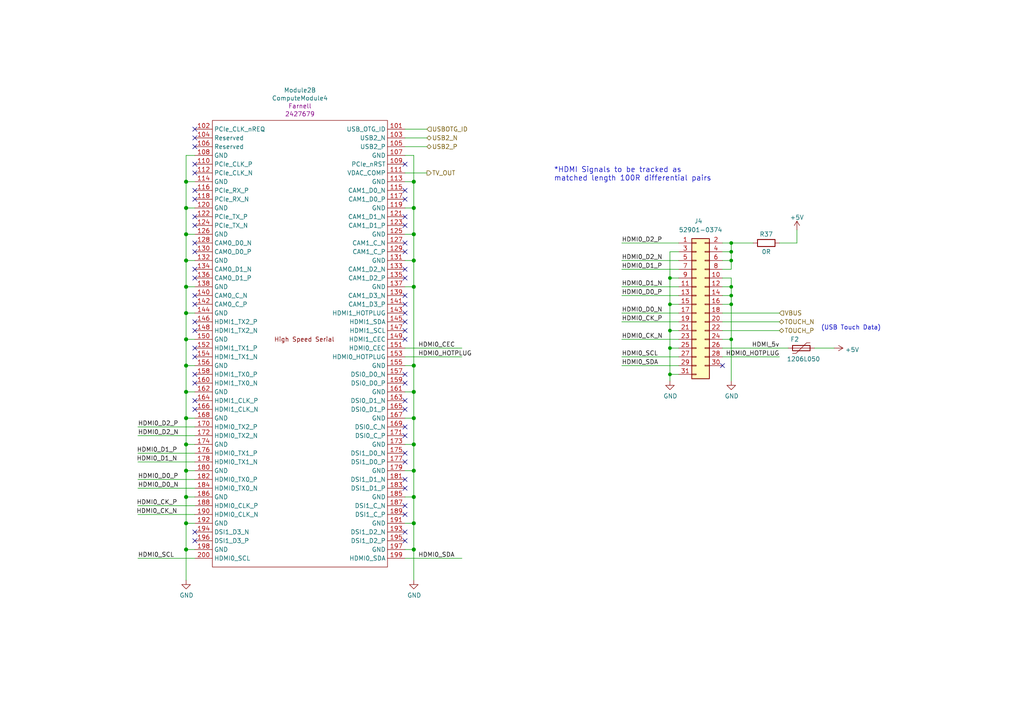
<source format=kicad_sch>
(kicad_sch (version 20211123) (generator eeschema)
  (paper "A4")
  (title_block (title "Yak") (date "2022-02-01") (rev "2") (company "Pionix GmbH") (comment 1 "Cornelius Claussen"))
  (lib_symbols
    (symbol "CM4IO:ComputeModule4-CM4"
      (property "Reference" "Module" (at 113.03 -68.58 0))
      (property "Value" "ComputeModule4-CM4" (at 140.97 2.54 0))
      (property "Field4" "Hirose" (at 0 0 0))
      (property "Field5" "2x DF40C-100DS-0.4V" (at 0 -2.54 0))
      (symbol "ComputeModule4-CM4_1_0"
        (text "GPIO" (at 0 6.35 0) (effects (font (size 1.27 1.27))))
      )
      (symbol "ComputeModule4-CM4_1_1"
        (rectangle (start -30.48 -71.12) (end 25.4 58.42))
        (text "600mA Max" (at -8.89 -53.34 0) (effects (font (size 1.27 1.27))))
        (text "600mA Max" (at -8.89 -48.26 0) (effects (font (size 1.27 1.27))))
        (text "NB SD signals are only available" (at -1.27 -27.94 0) (effects (font (size 1.27 1.27))))
        (text "on modules without eMMC" (at -1.27 -30.48 0) (effects (font (size 1.27 1.27))))
        (pin power_in line (at 27.94 55.88 180) (length 2.54) (name "GND") (number "1"))
        (pin passive line (at -33.02 45.72 0) (length 2.54) (name "Ethernet_Pair0_N") (number "10"))
        (pin output line (at -33.02 -68.58 0) (length 2.54) (name "nEXTRST") (number "100"))
        (pin passive line (at 27.94 43.18 180) (length 2.54) (name "Ethernet_Pair2_P") (number "11"))
        (pin passive line (at -33.02 43.18 0) (length 2.54) (name "Ethernet_Pair0_P") (number "12"))
        (pin power_in line (at 27.94 40.64 180) (length 2.54) (name "GND") (number "13"))
        (pin power_in line (at -33.02 40.64 0) (length 2.54) (name "GND") (number "14"))
        (pin output line (at 27.94 38.1 180) (length 2.54) (name "Ethernet_nLED3(3.3v)") (number "15"))
        (pin input line (at -33.02 38.1 0) (length 2.54) (name "Ethernet_SYNC_IN(1.8v)") (number "16"))
        (pin output line (at 27.94 35.56 180) (length 2.54) (name "Ethernet_nLED2(3.3v)") (number "17"))
        (pin input line (at -33.02 35.56 0) (length 2.54) (name "Ethernet_SYNC_OUT(1.8v)") (number "18"))
        (pin output line (at 27.94 33.02 180) (length 2.54) (name "Ethernet_nLED1(3.3v)") (number "19"))
        (pin power_in line (at -33.02 55.88 0) (length 2.54) (name "GND") (number "2"))
        (pin passive line (at -33.02 33.02 0) (length 2.54) (name "EEPROM_nWP") (number "20"))
        (pin open_collector line (at 27.94 30.48 180) (length 2.54) (name "PI_nLED_Activity") (number "21"))
        (pin power_in line (at -33.02 30.48 0) (length 2.54) (name "GND") (number "22"))
        (pin power_in line (at 27.94 27.94 180) (length 2.54) (name "GND") (number "23"))
        (pin passive line (at -33.02 27.94 0) (length 2.54) (name "GPIO26") (number "24"))
        (pin passive line (at 27.94 25.4 180) (length 2.54) (name "GPIO21") (number "25"))
        (pin passive line (at -33.02 25.4 0) (length 2.54) (name "GPIO19") (number "26"))
        (pin passive line (at 27.94 22.86 180) (length 2.54) (name "GPIO20") (number "27"))
        (pin passive line (at -33.02 22.86 0) (length 2.54) (name "GPIO13") (number "28"))
        (pin passive line (at 27.94 20.32 180) (length 2.54) (name "GPIO16") (number "29"))
        (pin passive line (at 27.94 53.34 180) (length 2.54) (name "Ethernet_Pair3_P") (number "3"))
        (pin passive line (at -33.02 20.32 0) (length 2.54) (name "GPIO6") (number "30"))
        (pin passive line (at 27.94 17.78 180) (length 2.54) (name "GPIO12") (number "31"))
        (pin power_in line (at -33.02 17.78 0) (length 2.54) (name "GND") (number "32"))
        (pin power_in line (at 27.94 15.24 180) (length 2.54) (name "GND") (number "33"))
        (pin passive line (at -33.02 15.24 0) (length 2.54) (name "GPIO5") (number "34"))
        (pin passive line (at 27.94 12.7 180) (length 2.54) (name "ID_SC") (number "35"))
        (pin passive line (at -33.02 12.7 0) (length 2.54) (name "ID_SD") (number "36"))
        (pin passive line (at 27.94 10.16 180) (length 2.54) (name "GPIO7") (number "37"))
        (pin passive line (at -33.02 10.16 0) (length 2.54) (name "GPIO11") (number "38"))
        (pin passive line (at 27.94 7.62 180) (length 2.54) (name "GPIO8") (number "39"))
        (pin passive line (at -33.02 53.34 0) (length 2.54) (name "Ethernet_Pair1_P") (number "4"))
        (pin passive line (at -33.02 7.62 0) (length 2.54) (name "GPIO9") (number "40"))
        (pin passive line (at 27.94 5.08 180) (length 2.54) (name "GPIO25") (number "41"))
        (pin power_in line (at -33.02 5.08 0) (length 2.54) (name "GND") (number "42"))
        (pin power_in line (at 27.94 2.54 180) (length 2.54) (name "GND") (number "43"))
        (pin passive line (at -33.02 2.54 0) (length 2.54) (name "GPIO10") (number "44"))
        (pin passive line (at 27.94 0 180) (length 2.54) (name "GPIO24") (number "45"))
        (pin passive line (at -33.02 0 0) (length 2.54) (name "GPIO22") (number "46"))
        (pin passive line (at 27.94 -2.54 180) (length 2.54) (name "GPIO23") (number "47"))
        (pin passive line (at -33.02 -2.54 0) (length 2.54) (name "GPIO27") (number "48"))
        (pin passive line (at 27.94 -5.08 180) (length 2.54) (name "GPIO18") (number "49"))
        (pin passive line (at 27.94 50.8 180) (length 2.54) (name "Ethernet_Pair3_N") (number "5"))
        (pin passive line (at -33.02 -5.08 0) (length 2.54) (name "GPIO17") (number "50"))
        (pin passive line (at 27.94 -7.62 180) (length 2.54) (name "GPIO15") (number "51"))
        (pin power_in line (at -33.02 -7.62 0) (length 2.54) (name "GND") (number "52"))
        (pin power_in line (at 27.94 -10.16 180) (length 2.54) (name "GND") (number "53"))
        (pin passive line (at -33.02 -10.16 0) (length 2.54) (name "GPIO4") (number "54"))
        (pin passive line (at 27.94 -12.7 180) (length 2.54) (name "GPIO14") (number "55"))
        (pin passive line (at -33.02 -12.7 0) (length 2.54) (name "GPIO3") (number "56"))
        (pin passive line (at 27.94 -15.24 180) (length 2.54) (name "SD_CLK") (number "57"))
        (pin passive line (at -33.02 -15.24 0) (length 2.54) (name "GPIO2") (number "58"))
        (pin power_in line (at 27.94 -17.78 180) (length 2.54) (name "GND") (number "59"))
        (pin passive line (at -33.02 50.8 0) (length 2.54) (name "Ethernet_Pair1_N") (number "6"))
        (pin power_in line (at -33.02 -17.78 0) (length 2.54) (name "GND") (number "60"))
        (pin passive line (at 27.94 -20.32 180) (length 2.54) (name "SD_DAT3") (number "61"))
        (pin passive line (at -33.02 -20.32 0) (length 2.54) (name "SD_CMD") (number "62"))
        (pin passive line (at 27.94 -22.86 180) (length 2.54) (name "SD_DAT0") (number "63"))
        (pin passive line (at -33.02 -22.86 0) (length 2.54) (name "SD_DAT5") (number "64"))
        (pin power_in line (at 27.94 -25.4 180) (length 2.54) (name "GND") (number "65"))
        (pin power_in line (at -33.02 -25.4 0) (length 2.54) (name "GND") (number "66"))
        (pin passive line (at 27.94 -27.94 180) (length 2.54) (name "SD_DAT1") (number "67"))
        (pin passive line (at -33.02 -27.94 0) (length 2.54) (name "SD_DAT4") (number "68"))
        (pin passive line (at 27.94 -30.48 180) (length 2.54) (name "SD_DAT2") (number "69"))
        (pin power_in line (at 27.94 48.26 180) (length 2.54) (name "GND") (number "7"))
        (pin passive line (at -33.02 -30.48 0) (length 2.54) (name "SD_DAT7") (number "70"))
        (pin power_in line (at 27.94 -33.02 180) (length 2.54) (name "GND") (number "71"))
        (pin passive line (at -33.02 -33.02 0) (length 2.54) (name "SD_DAT6") (number "72"))
        (pin input line (at 27.94 -35.56 180) (length 2.54) (name "SD_VDD_Override") (number "73"))
        (pin power_in line (at -33.02 -35.56 0) (length 2.54) (name "GND") (number "74"))
        (pin output line (at 27.94 -38.1 180) (length 2.54) (name "SD_PWR_ON") (number "75"))
        (pin passive line (at -33.02 -38.1 0) (length 2.54) (name "Reserved") (number "76"))
        (pin power_in line (at 27.94 -40.64 180) (length 2.54) (name "+5v_(Input)") (number "77"))
        (pin power_in line (at -33.02 -40.64 0) (length 2.54) (name "GPIO_VREF(1.8v/3.3v_Input)") (number "78"))
        (pin power_in line (at 27.94 -43.18 180) (length 2.54) (name "+5v_(Input)") (number "79"))
        (pin power_in line (at -33.02 48.26 0) (length 2.54) (name "GND") (number "8"))
        (pin passive line (at -33.02 -43.18 0) (length 2.54) (name "SCL0") (number "80"))
        (pin power_in line (at 27.94 -45.72 180) (length 2.54) (name "+5v_(Input)") (number "81"))
        (pin passive line (at -33.02 -45.72 0) (length 2.54) (name "SDA0") (number "82"))
        (pin power_in line (at 27.94 -48.26 180) (length 2.54) (name "+5v_(Input)") (number "83"))
        (pin power_out line (at -33.02 -48.26 0) (length 2.54) (name "+3.3v_(Output)") (number "84"))
        (pin power_in line (at 27.94 -50.8 180) (length 2.54) (name "+5v_(Input)") (number "85"))
        (pin power_out line (at -33.02 -50.8 0) (length 2.54) (name "+3.3v_(Output)") (number "86"))
        (pin power_in line (at 27.94 -53.34 180) (length 2.54) (name "+5v_(Input)") (number "87"))
        (pin power_out line (at -33.02 -53.34 0) (length 2.54) (name "+1.8v_(Output)") (number "88"))
        (pin power_in line (at 27.94 -55.88 180) (length 2.54) (name "WiFi_nDisable") (number "89"))
        (pin passive line (at 27.94 45.72 180) (length 2.54) (name "Ethernet_Pair2_N") (number "9"))
        (pin power_out line (at -33.02 -55.88 0) (length 2.54) (name "+1.8v_(Output)") (number "90"))
        (pin power_in line (at 27.94 -58.42 180) (length 2.54) (name "BT_nDisable") (number "91"))
        (pin passive line (at -33.02 -58.42 0) (length 2.54) (name "RUN_PG") (number "92"))
        (pin input line (at 27.94 -60.96 180) (length 2.54) (name "nRPIBOOT") (number "93"))
        (pin passive line (at -33.02 -60.96 0) (length 2.54) (name "AnalogIP1") (number "94"))
        (pin output line (at 27.94 -63.5 180) (length 2.54) (name "nPI_LED_PWR") (number "95"))
        (pin passive line (at -33.02 -63.5 0) (length 2.54) (name "AnalogIP0") (number "96"))
        (pin passive line (at 27.94 -66.04 180) (length 2.54) (name "Camera_GPIO") (number "97"))
        (pin power_in line (at -33.02 -66.04 0) (length 2.54) (name "GND") (number "98"))
        (pin input line (at 27.94 -68.58 180) (length 2.54) (name "Global_EN") (number "99"))
      )
      (symbol "ComputeModule4-CM4_2_1"
        (rectangle (start 114.3 -66.04) (end 165.1 63.5))
        (text "High Speed Serial" (at 140.97 0 0) (effects (font (size 1.27 1.27))))
        (pin input line (at 170.18 60.96 180) (length 5.08) (name "USB_OTG_ID") (number "101"))
        (pin input line (at 109.22 60.96 0) (length 5.08) (name "PCIe_CLK_nREQ") (number "102"))
        (pin passive line (at 170.18 58.42 180) (length 5.08) (name "USB2_N") (number "103"))
        (pin passive line (at 109.22 58.42 0) (length 5.08) (name "Reserved") (number "104"))
        (pin passive line (at 170.18 55.88 180) (length 5.08) (name "USB2_P") (number "105"))
        (pin passive line (at 109.22 55.88 0) (length 5.08) (name "Reserved") (number "106"))
        (pin power_in line (at 170.18 53.34 180) (length 5.08) (name "GND") (number "107"))
        (pin power_in line (at 109.22 53.34 0) (length 5.08) (name "GND") (number "108"))
        (pin bidirectional line (at 170.18 50.8 180) (length 5.08) (name "PCIe_nRST") (number "109"))
        (pin output line (at 109.22 50.8 0) (length 5.08) (name "PCIe_CLK_P") (number "110"))
        (pin passive line (at 170.18 48.26 180) (length 5.08) (name "VDAC_COMP") (number "111"))
        (pin output line (at 109.22 48.26 0) (length 5.08) (name "PCIe_CLK_N") (number "112"))
        (pin power_in line (at 170.18 45.72 180) (length 5.08) (name "GND") (number "113"))
        (pin power_in line (at 109.22 45.72 0) (length 5.08) (name "GND") (number "114"))
        (pin input line (at 170.18 43.18 180) (length 5.08) (name "CAM1_D0_N") (number "115"))
        (pin input line (at 109.22 43.18 0) (length 5.08) (name "PCIe_RX_P") (number "116"))
        (pin input line (at 170.18 40.64 180) (length 5.08) (name "CAM1_D0_P") (number "117"))
        (pin input line (at 109.22 40.64 0) (length 5.08) (name "PCIe_RX_N") (number "118"))
        (pin power_in line (at 170.18 38.1 180) (length 5.08) (name "GND") (number "119"))
        (pin power_in line (at 109.22 38.1 0) (length 5.08) (name "GND") (number "120"))
        (pin input line (at 170.18 35.56 180) (length 5.08) (name "CAM1_D1_N") (number "121"))
        (pin output line (at 109.22 35.56 0) (length 5.08) (name "PCIe_TX_P") (number "122"))
        (pin input line (at 170.18 33.02 180) (length 5.08) (name "CAM1_D1_P") (number "123"))
        (pin output line (at 109.22 33.02 0) (length 5.08) (name "PCIe_TX_N") (number "124"))
        (pin power_in line (at 170.18 30.48 180) (length 5.08) (name "GND") (number "125"))
        (pin power_in line (at 109.22 30.48 0) (length 5.08) (name "GND") (number "126"))
        (pin input line (at 170.18 27.94 180) (length 5.08) (name "CAM1_C_N") (number "127"))
        (pin input line (at 109.22 27.94 0) (length 5.08) (name "CAM0_D0_N") (number "128"))
        (pin input line (at 170.18 25.4 180) (length 5.08) (name "CAM1_C_P") (number "129"))
        (pin input line (at 109.22 25.4 0) (length 5.08) (name "CAM0_D0_P") (number "130"))
        (pin power_in line (at 170.18 22.86 180) (length 5.08) (name "GND") (number "131"))
        (pin power_in line (at 109.22 22.86 0) (length 5.08) (name "GND") (number "132"))
        (pin input line (at 170.18 20.32 180) (length 5.08) (name "CAM1_D2_N") (number "133"))
        (pin input line (at 109.22 20.32 0) (length 5.08) (name "CAM0_D1_N") (number "134"))
        (pin input line (at 170.18 17.78 180) (length 5.08) (name "CAM1_D2_P") (number "135"))
        (pin input line (at 109.22 17.78 0) (length 5.08) (name "CAM0_D1_P") (number "136"))
        (pin power_in line (at 170.18 15.24 180) (length 5.08) (name "GND") (number "137"))
        (pin power_in line (at 109.22 15.24 0) (length 5.08) (name "GND") (number "138"))
        (pin input line (at 170.18 12.7 180) (length 5.08) (name "CAM1_D3_N") (number "139"))
        (pin input line (at 109.22 12.7 0) (length 5.08) (name "CAM0_C_N") (number "140"))
        (pin input line (at 170.18 10.16 180) (length 5.08) (name "CAM1_D3_P") (number "141"))
        (pin input line (at 109.22 10.16 0) (length 5.08) (name "CAM0_C_P") (number "142"))
        (pin input line (at 170.18 7.62 180) (length 5.08) (name "HDMI1_HOTPLUG") (number "143"))
        (pin power_in line (at 109.22 7.62 0) (length 5.08) (name "GND") (number "144"))
        (pin bidirectional line (at 170.18 5.08 180) (length 5.08) (name "HDMI1_SDA") (number "145"))
        (pin output line (at 109.22 5.08 0) (length 5.08) (name "HDMI1_TX2_P") (number "146"))
        (pin open_collector line (at 170.18 2.54 180) (length 5.08) (name "HDMI1_SCL") (number "147"))
        (pin output line (at 109.22 2.54 0) (length 5.08) (name "HDMI1_TX2_N") (number "148"))
        (pin open_collector line (at 170.18 0 180) (length 5.08) (name "HDMI1_CEC") (number "149"))
        (pin power_in line (at 109.22 0 0) (length 5.08) (name "GND") (number "150"))
        (pin open_collector line (at 170.18 -2.54 180) (length 5.08) (name "HDMI0_CEC") (number "151"))
        (pin output line (at 109.22 -2.54 0) (length 5.08) (name "HDMI1_TX1_P") (number "152"))
        (pin input line (at 170.18 -5.08 180) (length 5.08) (name "HDMI0_HOTPLUG") (number "153"))
        (pin output line (at 109.22 -5.08 0) (length 5.08) (name "HDMI1_TX1_N") (number "154"))
        (pin power_in line (at 170.18 -7.62 180) (length 5.08) (name "GND") (number "155"))
        (pin power_in line (at 109.22 -7.62 0) (length 5.08) (name "GND") (number "156"))
        (pin output line (at 170.18 -10.16 180) (length 5.08) (name "DSI0_D0_N") (number "157"))
        (pin output line (at 109.22 -10.16 0) (length 5.08) (name "HDMI1_TX0_P") (number "158"))
        (pin output line (at 170.18 -12.7 180) (length 5.08) (name "DSI0_D0_P") (number "159"))
        (pin output line (at 109.22 -12.7 0) (length 5.08) (name "HDMI1_TX0_N") (number "160"))
        (pin power_in line (at 170.18 -15.24 180) (length 5.08) (name "GND") (number "161"))
        (pin power_in line (at 109.22 -15.24 0) (length 5.08) (name "GND") (number "162"))
        (pin output line (at 170.18 -17.78 180) (length 5.08) (name "DSI0_D1_N") (number "163"))
        (pin output line (at 109.22 -17.78 0) (length 5.08) (name "HDMI1_CLK_P") (number "164"))
        (pin output line (at 170.18 -20.32 180) (length 5.08) (name "DSI0_D1_P") (number "165"))
        (pin output line (at 109.22 -20.32 0) (length 5.08) (name "HDMI1_CLK_N") (number "166"))
        (pin power_in line (at 170.18 -22.86 180) (length 5.08) (name "GND") (number "167"))
        (pin power_in line (at 109.22 -22.86 0) (length 5.08) (name "GND") (number "168"))
        (pin output line (at 170.18 -25.4 180) (length 5.08) (name "DSI0_C_N") (number "169"))
        (pin output line (at 109.22 -25.4 0) (length 5.08) (name "HDMI0_TX2_P") (number "170"))
        (pin output line (at 170.18 -27.94 180) (length 5.08) (name "DSI0_C_P") (number "171"))
        (pin output line (at 109.22 -27.94 0) (length 5.08) (name "HDMI0_TX2_N") (number "172"))
        (pin power_in line (at 170.18 -30.48 180) (length 5.08) (name "GND") (number "173"))
        (pin power_in line (at 109.22 -30.48 0) (length 5.08) (name "GND") (number "174"))
        (pin output line (at 170.18 -33.02 180) (length 5.08) (name "DSI1_D0_N") (number "175"))
        (pin output line (at 109.22 -33.02 0) (length 5.08) (name "HDMI0_TX1_P") (number "176"))
        (pin output line (at 170.18 -35.56 180) (length 5.08) (name "DSI1_D0_P") (number "177"))
        (pin output line (at 109.22 -35.56 0) (length 5.08) (name "HDMI0_TX1_N") (number "178"))
        (pin power_in line (at 170.18 -38.1 180) (length 5.08) (name "GND") (number "179"))
        (pin power_in line (at 109.22 -38.1 0) (length 5.08) (name "GND") (number "180"))
        (pin output line (at 170.18 -40.64 180) (length 5.08) (name "DSI1_D1_N") (number "181"))
        (pin output line (at 109.22 -40.64 0) (length 5.08) (name "HDMI0_TX0_P") (number "182"))
        (pin output line (at 170.18 -43.18 180) (length 5.08) (name "DSI1_D1_P") (number "183"))
        (pin output line (at 109.22 -43.18 0) (length 5.08) (name "HDMI0_TX0_N") (number "184"))
        (pin power_in line (at 170.18 -45.72 180) (length 5.08) (name "GND") (number "185"))
        (pin power_in line (at 109.22 -45.72 0) (length 5.08) (name "GND") (number "186"))
        (pin output line (at 170.18 -48.26 180) (length 5.08) (name "DSI1_C_N") (number "187"))
        (pin output line (at 109.22 -48.26 0) (length 5.08) (name "HDMI0_CLK_P") (number "188"))
        (pin output line (at 170.18 -50.8 180) (length 5.08) (name "DSI1_C_P") (number "189"))
        (pin output line (at 109.22 -50.8 0) (length 5.08) (name "HDMI0_CLK_N") (number "190"))
        (pin power_in line (at 170.18 -53.34 180) (length 5.08) (name "GND") (number "191"))
        (pin power_in line (at 109.22 -53.34 0) (length 5.08) (name "GND") (number "192"))
        (pin output line (at 170.18 -55.88 180) (length 5.08) (name "DSI1_D2_N") (number "193"))
        (pin output line (at 109.22 -55.88 0) (length 5.08) (name "DSI1_D3_N") (number "194"))
        (pin output line (at 170.18 -58.42 180) (length 5.08) (name "DSI1_D2_P") (number "195"))
        (pin output line (at 109.22 -58.42 0) (length 5.08) (name "DSI1_D3_P") (number "196"))
        (pin power_in line (at 170.18 -60.96 180) (length 5.08) (name "GND") (number "197"))
        (pin power_in line (at 109.22 -60.96 0) (length 5.08) (name "GND") (number "198"))
        (pin bidirectional line (at 170.18 -63.5 180) (length 5.08) (name "HDMI0_SDA") (number "199"))
        (pin open_collector line (at 109.22 -63.5 0) (length 5.08) (name "HDMI0_SCL") (number "200"))
      )
    )
    (symbol "Connector_Generic:Conn_2Rows-31Pins" (pin_names (offset 1.016) hide)
      (property "Reference" "J" (at 1.27 20.32 0))
      (property "Value" "Conn_2Rows-31Pins" (at 1.27 -22.86 0))
      (symbol "Conn_2Rows-31Pins_1_1"
        (rectangle (start -1.27 -20.193) (end 0 -20.447) (stroke (width 0.1524)))
        (rectangle (start -1.27 -17.653) (end 0 -17.907) (stroke (width 0.1524)))
        (rectangle (start -1.27 -15.113) (end 0 -15.367) (stroke (width 0.1524)))
        (rectangle (start -1.27 -12.573) (end 0 -12.827) (stroke (width 0.1524)))
        (rectangle (start -1.27 -10.033) (end 0 -10.287) (stroke (width 0.1524)))
        (rectangle (start -1.27 -7.493) (end 0 -7.747) (stroke (width 0.1524)))
        (rectangle (start -1.27 -4.953) (end 0 -5.207) (stroke (width 0.1524)))
        (rectangle (start -1.27 -2.413) (end 0 -2.667) (stroke (width 0.1524)))
        (rectangle (start -1.27 0.127) (end 0 -0.127) (stroke (width 0.1524)))
        (rectangle (start -1.27 2.667) (end 0 2.413) (stroke (width 0.1524)))
        (rectangle (start -1.27 5.207) (end 0 4.953) (stroke (width 0.1524)))
        (rectangle (start -1.27 7.747) (end 0 7.493) (stroke (width 0.1524)))
        (rectangle (start -1.27 10.287) (end 0 10.033) (stroke (width 0.1524)))
        (rectangle (start -1.27 12.827) (end 0 12.573) (stroke (width 0.1524)))
        (rectangle (start -1.27 15.367) (end 0 15.113) (stroke (width 0.1524)))
        (rectangle (start -1.27 17.907) (end 0 17.653) (stroke (width 0.1524)))
        (rectangle (start -1.27 19.05) (end 3.81 -21.59) (stroke (width 0.254)) (fill (type background)))
        (rectangle (start 3.81 -17.653) (end 2.54 -17.907) (stroke (width 0.1524)))
        (rectangle (start 3.81 -15.113) (end 2.54 -15.367) (stroke (width 0.1524)))
        (rectangle (start 3.81 -12.573) (end 2.54 -12.827) (stroke (width 0.1524)))
        (rectangle (start 3.81 -10.033) (end 2.54 -10.287) (stroke (width 0.1524)))
        (rectangle (start 3.81 -7.493) (end 2.54 -7.747) (stroke (width 0.1524)))
        (rectangle (start 3.81 -4.953) (end 2.54 -5.207) (stroke (width 0.1524)))
        (rectangle (start 3.81 -2.413) (end 2.54 -2.667) (stroke (width 0.1524)))
        (rectangle (start 3.81 0.127) (end 2.54 -0.127) (stroke (width 0.1524)))
        (rectangle (start 3.81 2.667) (end 2.54 2.413) (stroke (width 0.1524)))
        (rectangle (start 3.81 5.207) (end 2.54 4.953) (stroke (width 0.1524)))
        (rectangle (start 3.81 7.747) (end 2.54 7.493) (stroke (width 0.1524)))
        (rectangle (start 3.81 10.287) (end 2.54 10.033) (stroke (width 0.1524)))
        (rectangle (start 3.81 12.827) (end 2.54 12.573) (stroke (width 0.1524)))
        (rectangle (start 3.81 15.367) (end 2.54 15.113) (stroke (width 0.1524)))
        (rectangle (start 3.81 17.907) (end 2.54 17.653) (stroke (width 0.1524)))
        (pin passive line (at -5.08 17.78 0) (length 3.81) (name "Pin_1") (number "1"))
        (pin passive line (at 7.62 7.62 180) (length 3.81) (name "Pin_10") (number "10"))
        (pin passive line (at -5.08 5.08 0) (length 3.81) (name "Pin_11") (number "11"))
        (pin passive line (at 7.62 5.08 180) (length 3.81) (name "Pin_12") (number "12"))
        (pin passive line (at -5.08 2.54 0) (length 3.81) (name "Pin_13") (number "13"))
        (pin passive line (at 7.62 2.54 180) (length 3.81) (name "Pin_14") (number "14"))
        (pin passive line (at -5.08 0 0) (length 3.81) (name "Pin_15") (number "15"))
        (pin passive line (at 7.62 0 180) (length 3.81) (name "Pin_16") (number "16"))
        (pin passive line (at -5.08 -2.54 0) (length 3.81) (name "Pin_17") (number "17"))
        (pin passive line (at 7.62 -2.54 180) (length 3.81) (name "Pin_18") (number "18"))
        (pin passive line (at -5.08 -5.08 0) (length 3.81) (name "Pin_19") (number "19"))
        (pin passive line (at 7.62 17.78 180) (length 3.81) (name "Pin_2") (number "2"))
        (pin passive line (at 7.62 -5.08 180) (length 3.81) (name "Pin_20") (number "20"))
        (pin passive line (at -5.08 -7.62 0) (length 3.81) (name "Pin_21") (number "21"))
        (pin passive line (at 7.62 -7.62 180) (length 3.81) (name "Pin_22") (number "22"))
        (pin passive line (at -5.08 -10.16 0) (length 3.81) (name "Pin_23") (number "23"))
        (pin passive line (at 7.62 -10.16 180) (length 3.81) (name "Pin_24") (number "24"))
        (pin passive line (at -5.08 -12.7 0) (length 3.81) (name "Pin_25") (number "25"))
        (pin passive line (at 7.62 -12.7 180) (length 3.81) (name "Pin_26") (number "26"))
        (pin passive line (at -5.08 -15.24 0) (length 3.81) (name "Pin_27") (number "27"))
        (pin passive line (at 7.62 -15.24 180) (length 3.81) (name "Pin_28") (number "28"))
        (pin passive line (at -5.08 -17.78 0) (length 3.81) (name "Pin_29") (number "29"))
        (pin passive line (at -5.08 15.24 0) (length 3.81) (name "Pin_3") (number "3"))
        (pin passive line (at 7.62 -17.78 180) (length 3.81) (name "Pin_30") (number "30"))
        (pin passive line (at -5.08 -20.32 0) (length 3.81) (name "Pin_31") (number "31"))
        (pin passive line (at 7.62 15.24 180) (length 3.81) (name "Pin_4") (number "4"))
        (pin passive line (at -5.08 12.7 0) (length 3.81) (name "Pin_5") (number "5"))
        (pin passive line (at 7.62 12.7 180) (length 3.81) (name "Pin_6") (number "6"))
        (pin passive line (at -5.08 10.16 0) (length 3.81) (name "Pin_7") (number "7"))
        (pin passive line (at 7.62 10.16 180) (length 3.81) (name "Pin_8") (number "8"))
        (pin passive line (at -5.08 7.62 0) (length 3.81) (name "Pin_9") (number "9"))
      )
    )
    (symbol "Device:Polyfuse" (pin_numbers hide) (pin_names (offset 0))
      (property "Reference" "F" (at -2.54 0 90))
      (property "Value" "Polyfuse" (at 2.54 0 90))
      (symbol "Polyfuse_0_1"
        (rectangle (start -0.762 2.54) (end 0.762 -2.54) (stroke (width 0.254)))
        (polyline (pts (xy 0 2.54) (xy 0 -2.54)))
        (polyline (pts (xy -1.524 2.54) (xy -1.524 1.524) (xy 1.524 -1.524) (xy 1.524 -2.54)))
      )
      (symbol "Polyfuse_1_1"
        (pin passive line (at 0 3.81 270) (length 1.27) (name "~") (number "1"))
        (pin passive line (at 0 -3.81 90) (length 1.27) (name "~") (number "2"))
      )
    )
    (symbol "Device:R" (pin_numbers hide) (pin_names (offset 0))
      (property "Reference" "R" (at 2.032 0 90))
      (property "Value" "R" (at 0 0 90))
      (symbol "R_0_1"
        (rectangle (start -1.016 -2.54) (end 1.016 2.54) (stroke (width 0.254)))
      )
      (symbol "R_1_1"
        (pin passive line (at 0 3.81 270) (length 1.27) (name "~") (number "1"))
        (pin passive line (at 0 -3.81 90) (length 1.27) (name "~") (number "2"))
      )
    )
    (symbol "power:+5V" (power) (pin_names (offset 0))
      (property "Value" "+5V" (at 0 3.556 0))
      (symbol "+5V_0_1"
        (polyline (pts (xy -0.762 1.27) (xy 0 2.54)))
        (polyline (pts (xy 0 0) (xy 0 2.54)))
        (polyline (pts (xy 0 2.54) (xy 0.762 1.27)))
      )
      (symbol "+5V_1_1"
        (pin power_in line (at 0 0 90) (length 0) hide (name "+5V") (number "1"))
      )
    )
    (symbol "power:GND" (power) (pin_names (offset 0))
      (property "Value" "GND" (at 0 -3.81 0))
      (symbol "GND_0_1"
        (polyline (pts (xy 0 0) (xy 0 -1.27) (xy 1.27 -1.27) (xy 0 -2.54) (xy -1.27 -1.27) (xy 0 -1.27)))
      )
      (symbol "GND_1_1"
        (pin power_in line (at 0 0 270) (length 0) hide (name "GND") (number "1"))
      )
    )
  )
  (junction (at 53.975 90.805) (diameter 1.016))
  (junction (at 53.975 144.145) (diameter 1.016))
  (junction (at 53.975 136.525) (diameter 1.016))
  (junction (at 212.09 83.185))
  (junction (at 53.975 128.905) (diameter 1.016))
  (junction (at 53.975 113.665) (diameter 1.016))
  (junction (at 53.975 67.945) (diameter 1.016))
  (junction (at 53.975 106.045) (diameter 1.016))
  (junction (at 120.015 121.285) (diameter 1.016))
  (junction (at 120.015 159.385) (diameter 1.016))
  (junction (at 53.975 75.565) (diameter 1.016))
  (junction (at 212.09 88.265))
  (junction (at 53.975 98.425) (diameter 1.016))
  (junction (at 120.015 128.905) (diameter 1.016))
  (junction (at 212.09 85.725))
  (junction (at 194.31 88.265))
  (junction (at 120.015 136.525) (diameter 1.016))
  (junction (at 53.975 52.705) (diameter 1.016))
  (junction (at 53.975 121.285) (diameter 1.016))
  (junction (at 120.015 60.325) (diameter 1.016))
  (junction (at 120.015 83.185) (diameter 1.016))
  (junction (at 212.09 70.485))
  (junction (at 194.31 80.645))
  (junction (at 53.975 151.765) (diameter 1.016))
  (junction (at 120.015 144.145) (diameter 1.016))
  (junction (at 120.015 52.705) (diameter 1.016))
  (junction (at 194.31 95.885))
  (junction (at 120.015 151.765) (diameter 1.016))
  (junction (at 212.09 73.025))
  (junction (at 120.015 113.665) (diameter 1.016))
  (junction (at 120.015 67.945) (diameter 1.016))
  (junction (at 120.015 75.565) (diameter 1.016))
  (junction (at 53.975 83.185) (diameter 1.016))
  (junction (at 53.975 60.325) (diameter 1.016))
  (junction (at 194.31 108.585))
  (junction (at 120.015 106.045) (diameter 1.016))
  (junction (at 212.09 98.425))
  (junction (at 212.09 75.565))
  (junction (at 194.31 100.965))
  (junction (at 53.975 159.385) (diameter 1.016))
  (no_connect (at 56.515 108.585))
  (no_connect (at 56.515 100.965))
  (no_connect (at 56.515 103.505))
  (no_connect (at 117.475 141.605))
  (no_connect (at 117.475 139.065))
  (no_connect (at 117.475 131.445))
  (no_connect (at 56.515 118.745))
  (no_connect (at 56.515 154.305))
  (no_connect (at 56.515 156.845))
  (no_connect (at 56.515 111.125))
  (no_connect (at 56.515 116.205))
  (no_connect (at 117.475 108.585))
  (no_connect (at 117.475 98.425))
  (no_connect (at 117.475 154.305))
  (no_connect (at 117.475 149.225))
  (no_connect (at 117.475 118.745))
  (no_connect (at 117.475 116.205))
  (no_connect (at 117.475 111.125))
  (no_connect (at 117.475 146.685))
  (no_connect (at 117.475 133.985))
  (no_connect (at 117.475 156.845))
  (no_connect (at 117.475 126.365))
  (no_connect (at 117.475 123.825))
  (no_connect (at 56.515 57.785))
  (no_connect (at 56.515 55.245))
  (no_connect (at 56.515 47.625))
  (no_connect (at 56.515 37.465))
  (no_connect (at 56.515 50.165))
  (no_connect (at 56.515 65.405))
  (no_connect (at 56.515 62.865))
  (no_connect (at 117.475 70.485))
  (no_connect (at 117.475 57.785))
  (no_connect (at 117.475 55.245))
  (no_connect (at 56.515 42.545))
  (no_connect (at 56.515 40.005))
  (no_connect (at 209.55 106.045))
  (no_connect (at 56.515 85.725))
  (no_connect (at 56.515 88.265))
  (no_connect (at 56.515 78.105))
  (no_connect (at 56.515 70.485))
  (no_connect (at 56.515 73.025))
  (no_connect (at 56.515 93.345))
  (no_connect (at 56.515 95.885))
  (no_connect (at 56.515 80.645))
  (no_connect (at 117.475 62.865))
  (no_connect (at 117.475 65.405))
  (no_connect (at 117.475 80.645))
  (no_connect (at 117.475 78.105))
  (no_connect (at 117.475 95.885))
  (no_connect (at 117.475 93.345))
  (no_connect (at 117.475 90.805))
  (no_connect (at 117.475 88.265))
  (no_connect (at 117.475 85.725))
  (no_connect (at 117.475 73.025))
  (no_connect (at 117.475 47.625))
  (wire (pts (xy 180.34 85.725) (xy 196.85 85.725)))
  (wire (pts (xy 117.475 113.665) (xy 120.015 113.665)))
  (wire (pts (xy 194.31 88.265) (xy 194.31 80.645)))
  (wire (pts (xy 194.31 95.885) (xy 194.31 88.265)))
  (wire (pts (xy 194.31 110.49) (xy 194.31 108.585)))
  (wire (pts (xy 194.31 108.585) (xy 194.31 100.965)))
  (wire (pts (xy 194.31 80.645) (xy 196.85 80.645)))
  (wire (pts (xy 194.31 100.965) (xy 194.31 95.885)))
  (wire (pts (xy 117.475 136.525) (xy 120.015 136.525)))
  (wire (pts (xy 117.475 52.705) (xy 120.015 52.705)))
  (wire (pts (xy 53.975 106.045) (xy 53.975 113.665)))
  (wire (pts (xy 212.09 110.49) (xy 212.09 98.425)))
  (wire (pts (xy 212.09 98.425) (xy 209.55 98.425)))
  (wire (pts (xy 180.34 90.805) (xy 196.85 90.805)))
  (wire (pts (xy 56.515 159.385) (xy 53.975 159.385)))
  (wire (pts (xy 120.015 45.085) (xy 117.475 45.085)))
  (wire (pts (xy 117.475 67.945) (xy 120.015 67.945)))
  (wire (pts (xy 117.475 144.145) (xy 120.015 144.145)))
  (wire (pts (xy 53.975 90.805) (xy 56.515 90.805)))
  (wire (pts (xy 53.975 75.565) (xy 56.515 75.565)))
  (wire (pts (xy 120.015 113.665) (xy 120.015 121.285)))
  (wire (pts (xy 53.975 136.525) (xy 56.515 136.525)))
  (wire (pts (xy 180.34 78.105) (xy 196.85 78.105)))
  (wire (pts (xy 53.975 128.905) (xy 56.515 128.905)))
  (wire (pts (xy 194.31 88.265) (xy 196.85 88.265)))
  (wire (pts (xy 194.31 108.585) (xy 196.85 108.585)))
  (wire (pts (xy 53.975 144.145) (xy 56.515 144.145)))
  (wire (pts (xy 209.55 103.505) (xy 226.06 103.505)))
  (wire (pts (xy 56.515 133.985) (xy 40.005 133.985)))
  (wire (pts (xy 194.31 100.965) (xy 196.85 100.965)))
  (wire (pts (xy 123.825 37.465) (xy 117.475 37.465)))
  (wire (pts (xy 180.34 98.425) (xy 196.85 98.425)))
  (wire (pts (xy 53.975 98.425) (xy 53.975 106.045)))
  (wire (pts (xy 40.005 139.065) (xy 56.515 139.065)))
  (wire (pts (xy 117.475 50.165) (xy 123.825 50.165)))
  (wire (pts (xy 209.55 88.265) (xy 212.09 88.265)))
  (wire (pts (xy 209.55 100.965) (xy 228.6 100.965)))
  (wire (pts (xy 212.09 78.105) (xy 212.09 75.565)))
  (wire (pts (xy 209.55 78.105) (xy 212.09 78.105)))
  (wire (pts (xy 209.55 80.645) (xy 212.09 80.645)))
  (wire (pts (xy 212.09 80.645) (xy 212.09 83.185)))
  (wire (pts (xy 212.09 83.185) (xy 212.09 85.725)))
  (wire (pts (xy 212.09 85.725) (xy 212.09 88.265)))
  (wire (pts (xy 212.09 88.265) (xy 212.09 98.425)))
  (wire (pts (xy 212.09 70.485) (xy 218.44 70.485)))
  (wire (pts (xy 209.55 73.025) (xy 212.09 73.025)))
  (wire (pts (xy 212.09 70.485) (xy 212.09 73.025)))
  (wire (pts (xy 53.975 128.905) (xy 53.975 136.525)))
  (wire (pts (xy 209.55 85.725) (xy 212.09 85.725)))
  (wire (pts (xy 209.55 75.565) (xy 212.09 75.565)))
  (wire (pts (xy 212.09 75.565) (xy 212.09 73.025)))
  (wire (pts (xy 117.475 103.505) (xy 133.985 103.505)))
  (wire (pts (xy 120.015 52.705) (xy 120.015 45.085)))
  (wire (pts (xy 117.475 121.285) (xy 120.015 121.285)))
  (wire (pts (xy 56.515 131.445) (xy 40.005 131.445)))
  (wire (pts (xy 117.475 75.565) (xy 120.015 75.565)))
  (wire (pts (xy 180.34 83.185) (xy 196.85 83.185)))
  (wire (pts (xy 56.515 149.225) (xy 40.005 149.225)))
  (wire (pts (xy 120.015 83.185) (xy 120.015 106.045)))
  (wire (pts (xy 209.55 95.885) (xy 226.06 95.885)))
  (wire (pts (xy 53.975 113.665) (xy 53.975 121.285)))
  (wire (pts (xy 180.34 106.045) (xy 196.85 106.045)))
  (wire (pts (xy 120.015 60.325) (xy 120.015 52.705)))
  (wire (pts (xy 120.015 75.565) (xy 120.015 67.945)))
  (wire (pts (xy 180.34 93.345) (xy 196.85 93.345)))
  (wire (pts (xy 53.975 52.705) (xy 56.515 52.705)))
  (wire (pts (xy 209.55 70.485) (xy 212.09 70.485)))
  (wire (pts (xy 117.475 42.545) (xy 123.825 42.545)))
  (wire (pts (xy 40.005 141.605) (xy 56.515 141.605)))
  (wire (pts (xy 194.31 95.885) (xy 196.85 95.885)))
  (wire (pts (xy 53.975 45.085) (xy 53.975 52.705)))
  (wire (pts (xy 53.975 60.325) (xy 56.515 60.325)))
  (wire (pts (xy 120.015 136.525) (xy 120.015 144.145)))
  (wire (pts (xy 120.015 83.185) (xy 120.015 75.565)))
  (wire (pts (xy 209.55 93.345) (xy 226.06 93.345)))
  (wire (pts (xy 120.015 151.765) (xy 120.015 159.385)))
  (wire (pts (xy 209.55 83.185) (xy 212.09 83.185)))
  (wire (pts (xy 117.475 151.765) (xy 120.015 151.765)))
  (wire (pts (xy 56.515 146.685) (xy 40.005 146.685)))
  (wire (pts (xy 53.975 159.385) (xy 53.975 168.275)))
  (wire (pts (xy 117.475 106.045) (xy 120.015 106.045)))
  (wire (pts (xy 53.975 67.945) (xy 56.515 67.945)))
  (wire (pts (xy 180.34 103.505) (xy 196.85 103.505)))
  (wire (pts (xy 120.015 144.145) (xy 120.015 151.765)))
  (wire (pts (xy 117.475 40.005) (xy 123.825 40.005)))
  (wire (pts (xy 53.975 75.565) (xy 53.975 83.185)))
  (wire (pts (xy 53.975 67.945) (xy 53.975 75.565)))
  (wire (pts (xy 53.975 90.805) (xy 53.975 98.425)))
  (wire (pts (xy 117.475 60.325) (xy 120.015 60.325)))
  (wire (pts (xy 231.14 66.675) (xy 231.14 70.485)))
  (wire (pts (xy 231.14 70.485) (xy 226.06 70.485)))
  (wire (pts (xy 53.975 144.145) (xy 53.975 151.765)))
  (wire (pts (xy 120.015 159.385) (xy 120.015 168.275)))
  (wire (pts (xy 53.975 106.045) (xy 56.515 106.045)))
  (wire (pts (xy 56.515 45.085) (xy 53.975 45.085)))
  (wire (pts (xy 40.005 126.365) (xy 56.515 126.365)))
  (wire (pts (xy 53.975 136.525) (xy 53.975 144.145)))
  (wire (pts (xy 194.31 73.025) (xy 194.31 80.645)))
  (wire (pts (xy 196.85 73.025) (xy 194.31 73.025)))
  (wire (pts (xy 53.975 83.185) (xy 53.975 90.805)))
  (wire (pts (xy 53.975 83.185) (xy 56.515 83.185)))
  (wire (pts (xy 120.015 121.285) (xy 120.015 128.905)))
  (wire (pts (xy 180.34 70.485) (xy 196.85 70.485)))
  (wire (pts (xy 180.34 75.565) (xy 196.85 75.565)))
  (wire (pts (xy 53.975 52.705) (xy 53.975 60.325)))
  (wire (pts (xy 53.975 121.285) (xy 53.975 128.905)))
  (wire (pts (xy 117.475 161.925) (xy 133.985 161.925)))
  (wire (pts (xy 120.015 106.045) (xy 120.015 113.665)))
  (wire (pts (xy 117.475 159.385) (xy 120.015 159.385)))
  (wire (pts (xy 120.015 128.905) (xy 120.015 136.525)))
  (wire (pts (xy 209.55 90.805) (xy 226.06 90.805)))
  (wire (pts (xy 120.015 67.945) (xy 120.015 60.325)))
  (wire (pts (xy 53.975 98.425) (xy 56.515 98.425)))
  (wire (pts (xy 40.005 123.825) (xy 56.515 123.825)))
  (wire (pts (xy 53.975 151.765) (xy 53.975 159.385)))
  (wire (pts (xy 236.22 100.965) (xy 241.935 100.965)))
  (wire (pts (xy 53.975 60.325) (xy 53.975 67.945)))
  (wire (pts (xy 53.975 113.665) (xy 56.515 113.665)))
  (wire (pts (xy 117.475 100.965) (xy 133.985 100.965)))
  (wire (pts (xy 53.975 121.285) (xy 56.515 121.285)))
  (wire (pts (xy 56.515 151.765) (xy 53.975 151.765)))
  (wire (pts (xy 117.475 128.905) (xy 120.015 128.905)))
  (wire (pts (xy 117.475 83.185) (xy 120.015 83.185)))
  (wire (pts (xy 40.005 161.925) (xy 56.515 161.925)))
  (text "*HDMI Signals to be tracked as \nmatched length 100R differential pairs" (at 160.655 52.705 0) (effects (font (size 1.524 1.524)) (justify left bottom)))
  (text "(USB Touch Data)" (at 238.125 95.885 0) (effects (font (size 1.27 1.27)) (justify left bottom)))
  (label "HDMI0_SDA" (at 121.285 161.925 0))
  (label "HDMI0_CK_P" (at 51.435 146.685 180))
  (label "HDMI0_HOTPLUG" (at 121.285 103.505 0))
  (label "HDMI0_D1_P" (at 51.435 131.445 180))
  (label "HDMI0_CK_N" (at 180.34 98.425 0))
  (label "HDMI0_CK_N" (at 51.435 149.225 180))
  (label "HDMI0_D2_P" (at 180.34 70.485 0))
  (label "HDMI0_D2_P" (at 40.005 123.825 0))
  (label "HDMI0_D1_P" (at 180.34 78.105 0))
  (label "HDMI0_HOTPLUG" (at 226.06 103.505 180))
  (label "HDMI0_D2_N" (at 40.005 126.365 0))
  (label "HDMI0_D0_P" (at 40.005 139.065 0))
  (label "HDMI0_D0_N" (at 40.005 141.605 0))
  (label "HDMI0_D0_N" (at 180.34 90.805 0))
  (label "HDMI0_CK_P" (at 180.34 93.345 0))
  (label "HDMI_5v" (at 226.06 100.965 180))
  (label "HDMI0_D0_P" (at 180.34 85.725 0))
  (label "HDMI0_SCL" (at 40.005 161.925 0))
  (label "HDMI0_D2_N" (at 180.34 75.565 0))
  (label "HDMI0_SCL" (at 180.34 103.505 0))
  (label "HDMI0_D1_N" (at 180.34 83.185 0))
  (label "HDMI0_CEC" (at 121.285 100.965 0))
  (label "HDMI0_D1_N" (at 51.435 133.985 180))
  (label "HDMI0_SDA" (at 180.34 106.045 0))
  (hierarchical_label "VBUS" (shape input) (at 226.06 90.805 0))
  (hierarchical_label "USBOTG_ID" (shape input) (at 123.825 37.465 0))
  (hierarchical_label "TOUCH_N" (shape bidirectional) (at 226.06 93.345 0))
  (hierarchical_label "USB2_N" (shape bidirectional) (at 123.825 40.005 0))
  (hierarchical_label "USB2_P" (shape bidirectional) (at 123.825 42.545 0))
  (hierarchical_label "TOUCH_P" (shape bidirectional) (at 226.06 95.885 0))
  (hierarchical_label "TV_OUT" (shape output) (at 123.825 50.165 0))
  (symbol (lib_id "power:GND") (at 194.31 110.49 0) (unit 1)
    (property "Reference" "#PWR046" (effects hide))
    (property "Value" "GND" (at 194.437 114.8842 0))
  )
  (symbol (lib_id "power:GND") (at 120.015 168.275 0) (unit 1)
    (property "Reference" "#PWR045" (effects hide))
    (property "Value" "GND" (at 120.142 172.6692 0))
  )
  (symbol (lib_id "power:GND") (at 53.975 168.275 0) (unit 1)
    (property "Reference" "#PWR044" (effects hide))
    (property "Value" "GND" (at 54.102 172.6692 0))
  )
  (symbol (lib_id "CM4IO:ComputeModule4-CM4") (at -52.705 98.425 0) (unit 2)
    (property "Reference" "Module2" (at 86.995 26.162 0))
    (property "Value" "ComputeModule4" (at 86.995 28.4734 0))
    (property "Footprint" "CM4IO:Raspberry-Pi-4-Compute-Module" (effects hide))
    (property "Field4" "Farnell" (at 86.995 30.7594 0))
    (property "Field5" "2427679" (at 86.995 33.0708 0))
    (property "Field6" "2off DF40C-100DS-0.4V" (effects hide))
    (property "Field7" "Hirose" (effects hide))
    (property "Part Description" "100 Position Connector Receptacle, Center Strip Contacts Surface Mount Gold" (effects hide))
  )
  (symbol (lib_id "power:GND") (at 212.09 110.49 0) (unit 1)
    (property "Reference" "#PWR047" (effects hide))
    (property "Value" "GND" (at 212.217 114.8842 0))
  )
  (symbol (lib_id "power:+5V") (at 241.935 100.965 270) (unit 1)
    (property "Reference" "#PWR049" (effects hide))
    (property "Value" "+5V" (at 245.11 101.444 90) (effects (justify left)))
  )
  (symbol (lib_id "power:+5V") (at 231.14 66.675 0) (unit 1)
    (property "Reference" "#PWR048" (effects hide))
    (property "Value" "+5V" (at 231.14 63.0705 0))
  )
  (symbol (lib_id "Device:R") (at 222.25 70.485 90) (unit 1)
    (property "Reference" "R37" (at 222.25 67.945 90))
    (property "Value" "0R" (at 222.25 73.025 90))
    (property "Footprint" "Resistor_SMD:R_0603_1608Metric" (effects hide))
    (property "Field4" "Mouser" (effects hide))
    (property "Field5" "652-CR1206-J/-000ELF " (effects hide))
    (property "Field6" "CR1206-J/-000ELF " (effects hide))
    (property "Field7" "Bourns" (effects hide))
    (property "STANDARD" "Resistor 0R 1206 M3216 1% 100mW" (effects hide))
  )
  (symbol (lib_id "Connector_Generic:Conn_2Rows-31Pins") (at 201.93 88.265 0) (unit 1)
    (property "Reference" "J4" (at 202.565 64.135 0))
    (property "Value" "52901-0374" (at 203.2 66.675 0))
    (property "Footprint" "Pionix:Molex_SlimStack_52901-0374_2x15_P0.635mm_Vertical" (effects hide))
    (property "Field4" "Digikey" (effects hide))
    (property "Field5" "WM6776CT-ND" (effects hide))
    (property "Field6" "52901-0374" (effects hide))
    (property "Field7" "Molex" (effects hide))
    (property "Part Description" "30 Position Connector Receptacle, Center Strip Contacts Surface Mount Gold" (effects hide))
  )
  (symbol (lib_id "Device:Polyfuse") (at 232.41 100.965 90) (unit 1)
    (property "Reference" "F2" (at 230.505 98.425 90))
    (property "Value" "1206L050" (at 233.045 104.14 90))
    (property "Footprint" "Fuse:Fuse_1206_3216Metric" (effects hide))
    (property "Field4" "Digikey" (effects hide))
    (property "Field5" "F2112CT-ND" (effects hide))
    (property "Field6" "1206L050YR" (effects hide))
    (property "Field7" "Littlefuse" (effects hide))
    (property "Part Description" "Polymeric PTC ReseFuse 6V 500 mA Ih Surface Mount 1206 (3216 Metric), Concave" (effects hide))
  )
)
</source>
